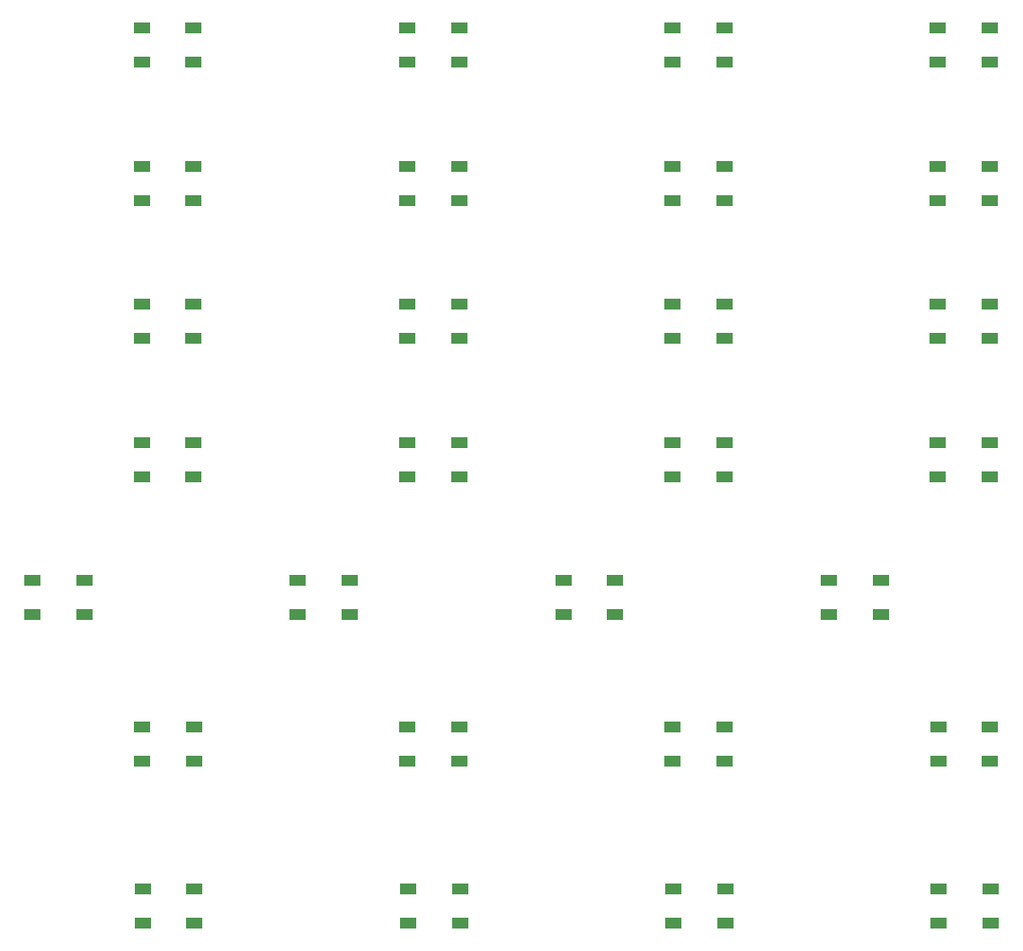
<source format=gbr>
%TF.GenerationSoftware,KiCad,Pcbnew,(5.1.6)-1*%
%TF.CreationDate,2020-06-18T14:47:13+02:00*%
%TF.ProjectId,antrieb smd,616e7472-6965-4622-9073-6d642e6b6963,rev?*%
%TF.SameCoordinates,Original*%
%TF.FileFunction,Paste,Top*%
%TF.FilePolarity,Positive*%
%FSLAX46Y46*%
G04 Gerber Fmt 4.6, Leading zero omitted, Abs format (unit mm)*
G04 Created by KiCad (PCBNEW (5.1.6)-1) date 2020-06-18 14:47:13*
%MOMM*%
%LPD*%
G01*
G04 APERTURE LIST*
%ADD10R,1.500000X1.000000*%
G04 APERTURE END LIST*
D10*
%TO.C,D1*%
X36291600Y-52054960D03*
X36291600Y-55254960D03*
X41191600Y-52054960D03*
X41191600Y-55254960D03*
%TD*%
%TO.C,D21*%
X36377960Y-133076440D03*
X36377960Y-136276440D03*
X41277960Y-133076440D03*
X41277960Y-136276440D03*
%TD*%
%TO.C,D23*%
X86377960Y-133076440D03*
X86377960Y-136276440D03*
X91277960Y-133076440D03*
X91277960Y-136276440D03*
%TD*%
%TO.C,D24*%
X111377960Y-133076440D03*
X111377960Y-136276440D03*
X116277960Y-133076440D03*
X116277960Y-136276440D03*
%TD*%
%TO.C,D22*%
X61377960Y-133076440D03*
X61377960Y-136276440D03*
X66277960Y-133076440D03*
X66277960Y-136276440D03*
%TD*%
%TO.C,D17*%
X36311920Y-117851680D03*
X36311920Y-121051680D03*
X41211920Y-117851680D03*
X41211920Y-121051680D03*
%TD*%
%TO.C,D19*%
X86311920Y-117851680D03*
X86311920Y-121051680D03*
X91211920Y-117851680D03*
X91211920Y-121051680D03*
%TD*%
%TO.C,D20*%
X111311920Y-117851680D03*
X111311920Y-121051680D03*
X116211920Y-117851680D03*
X116211920Y-121051680D03*
%TD*%
%TO.C,D18*%
X61311920Y-117851680D03*
X61311920Y-121051680D03*
X66211920Y-117851680D03*
X66211920Y-121051680D03*
%TD*%
%TO.C,D16*%
X116191600Y-94254960D03*
X116191600Y-91054960D03*
X111291600Y-94254960D03*
X111291600Y-91054960D03*
%TD*%
%TO.C,D15*%
X91191600Y-94254960D03*
X91191600Y-91054960D03*
X86291600Y-94254960D03*
X86291600Y-91054960D03*
%TD*%
%TO.C,D14*%
X66191600Y-94254960D03*
X66191600Y-91054960D03*
X61291600Y-94254960D03*
X61291600Y-91054960D03*
%TD*%
%TO.C,D13*%
X41191600Y-94254960D03*
X41191600Y-91054960D03*
X36291600Y-94254960D03*
X36291600Y-91054960D03*
%TD*%
%TO.C,D12*%
X116191600Y-81254960D03*
X116191600Y-78054960D03*
X111291600Y-81254960D03*
X111291600Y-78054960D03*
%TD*%
%TO.C,D11*%
X91191600Y-81254960D03*
X91191600Y-78054960D03*
X86291600Y-81254960D03*
X86291600Y-78054960D03*
%TD*%
%TO.C,D10*%
X66191600Y-81254960D03*
X66191600Y-78054960D03*
X61291600Y-81254960D03*
X61291600Y-78054960D03*
%TD*%
%TO.C,D9*%
X41191600Y-81254960D03*
X41191600Y-78054960D03*
X36291600Y-81254960D03*
X36291600Y-78054960D03*
%TD*%
%TO.C,D8*%
X116191600Y-68254960D03*
X116191600Y-65054960D03*
X111291600Y-68254960D03*
X111291600Y-65054960D03*
%TD*%
%TO.C,D7*%
X91191600Y-68254960D03*
X91191600Y-65054960D03*
X86291600Y-68254960D03*
X86291600Y-65054960D03*
%TD*%
%TO.C,D6*%
X66191600Y-68254960D03*
X66191600Y-65054960D03*
X61291600Y-68254960D03*
X61291600Y-65054960D03*
%TD*%
%TO.C,D5*%
X41191600Y-68254960D03*
X41191600Y-65054960D03*
X36291600Y-68254960D03*
X36291600Y-65054960D03*
%TD*%
%TO.C,D4*%
X116191600Y-55254960D03*
X116191600Y-52054960D03*
X111291600Y-55254960D03*
X111291600Y-52054960D03*
%TD*%
%TO.C,D3*%
X91191600Y-55254960D03*
X91191600Y-52054960D03*
X86291600Y-55254960D03*
X86291600Y-52054960D03*
%TD*%
%TO.C,D2*%
X66191600Y-55254960D03*
X66191600Y-52054960D03*
X61291600Y-55254960D03*
X61291600Y-52054960D03*
%TD*%
%TO.C,D49*%
X30899520Y-107264000D03*
X30899520Y-104064000D03*
X25999520Y-107264000D03*
X25999520Y-104064000D03*
%TD*%
%TO.C,D50*%
X51001586Y-104064000D03*
X51001586Y-107264000D03*
X55901586Y-104064000D03*
X55901586Y-107264000D03*
%TD*%
%TO.C,D51*%
X80903652Y-107264000D03*
X80903652Y-104064000D03*
X76003652Y-107264000D03*
X76003652Y-104064000D03*
%TD*%
%TO.C,D52*%
X101005720Y-104064000D03*
X101005720Y-107264000D03*
X105905720Y-104064000D03*
X105905720Y-107264000D03*
%TD*%
M02*

</source>
